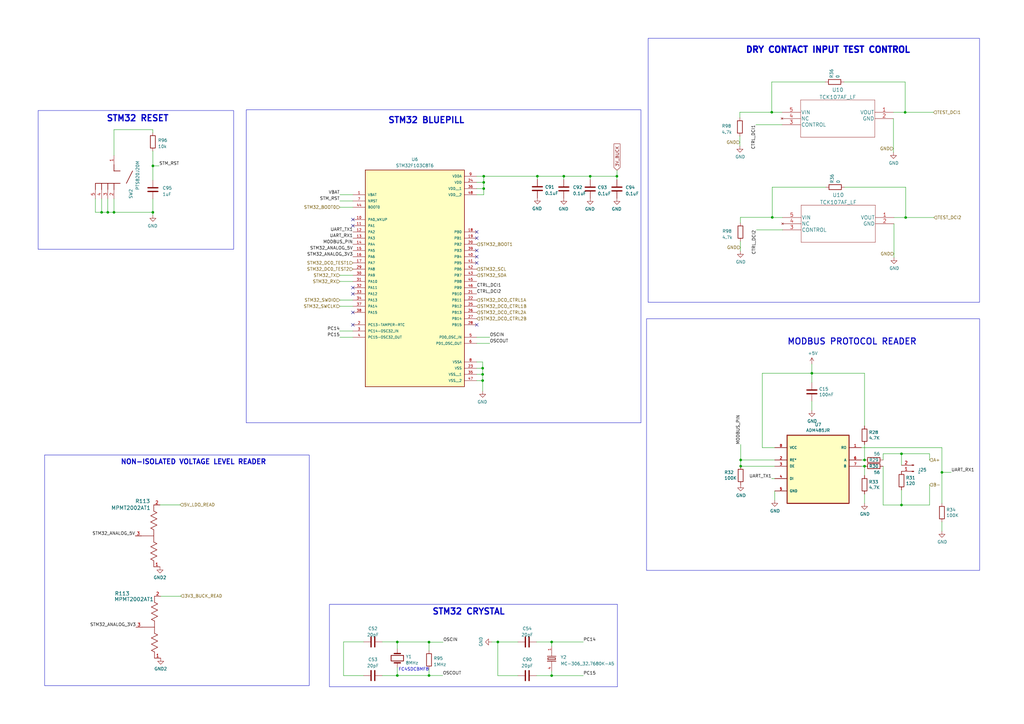
<source format=kicad_sch>
(kicad_sch (version 20230121) (generator eeschema)
  (paper "A3")
  (lib_symbols
    (symbol "ADM485JR:ADM485JR" (pin_names (offset 1.016))
      (property "Reference" "U" (at -5.2324 11.8618 0))
      (property "Value" "ADM485JR" (at -6.4262 -20.32 0))
      (symbol "ADM485JR_0_0"
        (rectangle (start -12.7 -17.78) (end 12.7 10.16) (stroke (width 0.4064)) (fill (type background)))
        (pin output line (at 17.78 5.08 180) (length 5.08) (name "RO") (number "1"))
        (pin input line (at -17.78 0 0) (length 5.08) (name "RE*") (number "2"))
        (pin input line (at -17.78 -2.54 0) (length 5.08) (name "DE") (number "3"))
        (pin input line (at -17.78 -7.62 0) (length 5.08) (name "DI") (number "4"))
        (pin passive line (at -17.78 -12.7 0) (length 5.08) (name "GND") (number "5"))
        (pin bidirectional line (at 17.78 0 180) (length 5.08) (name "A") (number "6"))
        (pin bidirectional line (at 17.78 -2.54 180) (length 5.08) (name "B") (number "7"))
        (pin power_in line (at -17.78 5.08 0) (length 5.08) (name "VCC") (number "8"))
      )
    )
    (symbol "Connector:Conn_01x02_Pin" (pin_names (offset 1.016) hide)
      (property "Reference" "J" (at 0 2.54 0))
      (property "Value" "Conn_01x02_Pin" (at 0 -5.08 0))
      (symbol "Conn_01x02_Pin_1_1"
        (polyline (pts (xy 1.27 -2.54) (xy 0.8636 -2.54)) (stroke (width 0.1524)))
        (polyline (pts (xy 1.27 0) (xy 0.8636 0)) (stroke (width 0.1524)))
        (rectangle (start 0.8636 -2.413) (end 0 -2.667) (stroke (width 0.1524)) (fill (type outline)))
        (rectangle (start 0.8636 0.127) (end 0 -0.127) (stroke (width 0.1524)) (fill (type outline)))
        (pin passive line (at 5.08 0 180) (length 3.81) (name "Pin_1") (number "1"))
        (pin passive line (at 5.08 -2.54 180) (length 3.81) (name "Pin_2") (number "2"))
      )
    )
    (symbol "Device:C" (pin_numbers hide) (pin_names (offset 0.254))
      (property "Reference" "C" (at 0.635 2.54 0))
      (property "Value" "C" (at 0.635 -2.54 0))
      (symbol "C_0_1"
        (polyline (pts (xy -2.032 -0.762) (xy 2.032 -0.762)) (stroke (width 0.508)))
        (polyline (pts (xy -2.032 0.762) (xy 2.032 0.762)) (stroke (width 0.508)))
      )
      (symbol "C_1_1"
        (pin passive line (at 0 3.81 270) (length 2.794) (name "~") (number "1"))
        (pin passive line (at 0 -3.81 90) (length 2.794) (name "~") (number "2"))
      )
    )
    (symbol "Device:Crystal" (pin_numbers hide) (pin_names (offset 1.016) hide)
      (property "Reference" "Y" (at 0 3.81 0))
      (property "Value" "Crystal" (at 0 -3.81 0))
      (symbol "Crystal_0_1"
        (rectangle (start -1.143 2.54) (end 1.143 -2.54) (stroke (width 0.3048)))
        (polyline (pts (xy -2.54 0) (xy -1.905 0)))
        (polyline (pts (xy -1.905 -1.27) (xy -1.905 1.27)) (stroke (width 0.508)))
        (polyline (pts (xy 1.905 -1.27) (xy 1.905 1.27)) (stroke (width 0.508)))
        (polyline (pts (xy 2.54 0) (xy 1.905 0)))
      )
      (symbol "Crystal_1_1"
        (pin passive line (at -3.81 0 0) (length 1.27) (name "1") (number "1"))
        (pin passive line (at 3.81 0 180) (length 1.27) (name "2") (number "2"))
      )
    )
    (symbol "Device:R" (pin_numbers hide) (pin_names (offset 0))
      (property "Reference" "R" (at 2.032 0 90))
      (property "Value" "R" (at 0 0 90))
      (symbol "R_0_1"
        (rectangle (start -1.016 -2.54) (end 1.016 2.54) (stroke (width 0.254)))
      )
      (symbol "R_1_1"
        (pin passive line (at 0 3.81 270) (length 1.27) (name "~") (number "1"))
        (pin passive line (at 0 -3.81 90) (length 1.27) (name "~") (number "2"))
      )
    )
    (symbol "EK-ST50_SCH_V03-01-altium-import:2_TAB-Switch"
      (property "Value" "2_TAB-Switch" (at 0 0 0))
      (symbol "2_TAB-Switch_1_0"
        (polyline (pts (xy -3.81 -7.62) (xy 1.27 -10.16)) (stroke (width 0.254)))
        (polyline (pts (xy -3.81 -2.54) (xy -6.35 -2.54)) (stroke (width 0.254)))
        (polyline (pts (xy -3.81 0) (xy -6.35 0)) (stroke (width 0.254)))
        (polyline (pts (xy -3.81 2.54) (xy -6.35 2.54)) (stroke (width 0.254)))
        (polyline (pts (xy 1.27 -2.54) (xy 1.27 -5.08)) (stroke (width 0.254)))
        (polyline (pts (xy 3.81 -2.54) (xy 1.27 -2.54)) (stroke (width 0.254)))
        (polyline (pts (xy -3.81 -5.08) (xy -3.81 5.08) (xy -6.35 5.08)) (stroke (width 0.254)))
        (pin passive line (at 7.62 -2.54 180) (length 3.81) (name "1") (number "1"))
        (pin passive line (at -10.16 -2.54 0) (length 3.81) (name "GND") (number "2"))
        (pin passive line (at -10.16 0 0) (length 3.81) (name "GND") (number "3"))
        (pin passive line (at -10.16 2.54 0) (length 3.81) (name "GND") (number "4"))
        (pin passive line (at -10.16 5.08 0) (length 3.81) (name "GND") (number "5"))
      )
    )
    (symbol "MC-306_32.7680K-A5__ROHS:MC-306_32.7680K-A5{colon}_ROHS" (pin_names (offset 1.016))
      (property "Reference" "Y" (at -2.5445 2.2901 0))
      (property "Value" "MC-306_32.7680K-A5{colon}_ROHS" (at -2.5405 -3.8107 0))
      (symbol "MC-306_32.7680K-A5{colon}_ROHS_0_0"
        (polyline (pts (xy -2.54 0) (xy -1.016 0)) (stroke (width 0.1524)))
        (polyline (pts (xy -1.016 1.778) (xy -1.016 -1.778)) (stroke (width 0.254)))
        (polyline (pts (xy -0.381 -1.524) (xy 0.381 -1.524)) (stroke (width 0.254)))
        (polyline (pts (xy -0.381 1.524) (xy -0.381 -1.524)) (stroke (width 0.254)))
        (polyline (pts (xy 0.381 -1.524) (xy 0.381 1.524)) (stroke (width 0.254)))
        (polyline (pts (xy 0.381 1.524) (xy -0.381 1.524)) (stroke (width 0.254)))
        (polyline (pts (xy 1.016 0) (xy 2.54 0)) (stroke (width 0.1524)))
        (polyline (pts (xy 1.016 1.778) (xy 1.016 -1.778)) (stroke (width 0.254)))
        (pin passive line (at -5.08 0 0) (length 2.54) (name "~") (number "1"))
        (pin passive line (at 5.08 0 180) (length 2.54) (name "~") (number "4"))
      )
    )
    (symbol "STM32F103C8T6:STM32F103C8T6" (pin_names (offset 1.016))
      (property "Reference" "U" (at -20.32 41.275 0))
      (property "Value" "STM32F103C8T6" (at -20.32 -50.8 0))
      (symbol "STM32F103C8T6_0_0"
        (rectangle (start -20.32 -48.26) (end 20.32 40.64) (stroke (width 0.254)) (fill (type background)))
        (pin bidirectional line (at -25.4 30.48 0) (length 5.08) (name "VBAT") (number "1"))
        (pin bidirectional line (at -25.4 20.32 0) (length 5.08) (name "PA0_WKUP") (number "10"))
        (pin bidirectional line (at -25.4 17.78 0) (length 5.08) (name "PA1") (number "11"))
        (pin bidirectional line (at -25.4 15.24 0) (length 5.08) (name "PA2") (number "12"))
        (pin bidirectional line (at -25.4 12.7 0) (length 5.08) (name "PA3") (number "13"))
        (pin bidirectional line (at -25.4 10.16 0) (length 5.08) (name "PA4") (number "14"))
        (pin bidirectional line (at -25.4 7.62 0) (length 5.08) (name "PA5") (number "15"))
        (pin bidirectional line (at -25.4 5.08 0) (length 5.08) (name "PA6") (number "16"))
        (pin bidirectional line (at -25.4 2.54 0) (length 5.08) (name "PA7") (number "17"))
        (pin bidirectional line (at 25.4 15.24 180) (length 5.08) (name "PB0") (number "18"))
        (pin bidirectional line (at 25.4 12.7 180) (length 5.08) (name "PB1") (number "19"))
        (pin bidirectional line (at -25.4 -22.86 0) (length 5.08) (name "PC13-TAMPER-RTC") (number "2"))
        (pin bidirectional line (at 25.4 10.16 180) (length 5.08) (name "PB2") (number "20"))
        (pin bidirectional line (at 25.4 -10.16 180) (length 5.08) (name "PB10") (number "21"))
        (pin bidirectional line (at 25.4 -12.7 180) (length 5.08) (name "PB11") (number "22"))
        (pin power_in line (at 25.4 -40.64 180) (length 5.08) (name "VSS") (number "23"))
        (pin power_in line (at 25.4 35.56 180) (length 5.08) (name "VDD") (number "24"))
        (pin bidirectional line (at 25.4 -15.24 180) (length 5.08) (name "PB12") (number "25"))
        (pin bidirectional line (at 25.4 -17.78 180) (length 5.08) (name "PB13") (number "26"))
        (pin bidirectional line (at 25.4 -20.32 180) (length 5.08) (name "PB14") (number "27"))
        (pin bidirectional line (at 25.4 -22.86 180) (length 5.08) (name "PB15") (number "28"))
        (pin bidirectional line (at -25.4 0 0) (length 5.08) (name "PA8") (number "29"))
        (pin bidirectional line (at -25.4 -25.4 0) (length 5.08) (name "PC14-OSC32_IN") (number "3"))
        (pin bidirectional line (at -25.4 -2.54 0) (length 5.08) (name "PA9") (number "30"))
        (pin bidirectional line (at -25.4 -5.08 0) (length 5.08) (name "PA10") (number "31"))
        (pin bidirectional line (at -25.4 -7.62 0) (length 5.08) (name "PA11") (number "32"))
        (pin bidirectional line (at -25.4 -10.16 0) (length 5.08) (name "PA12") (number "33"))
        (pin bidirectional line (at -25.4 -12.7 0) (length 5.08) (name "PA13") (number "34"))
        (pin power_in line (at 25.4 -43.18 180) (length 5.08) (name "VSS__1") (number "35"))
        (pin power_in line (at 25.4 33.02 180) (length 5.08) (name "VDD__1") (number "36"))
        (pin bidirectional line (at -25.4 -15.24 0) (length 5.08) (name "PA14") (number "37"))
        (pin bidirectional line (at -25.4 -17.78 0) (length 5.08) (name "PA15") (number "38"))
        (pin bidirectional line (at 25.4 7.62 180) (length 5.08) (name "PB3") (number "39"))
        (pin bidirectional line (at -25.4 -27.94 0) (length 5.08) (name "PC15-OSC32_OUT") (number "4"))
        (pin bidirectional line (at 25.4 5.08 180) (length 5.08) (name "PB4") (number "40"))
        (pin bidirectional line (at 25.4 2.54 180) (length 5.08) (name "PB5") (number "41"))
        (pin bidirectional line (at 25.4 0 180) (length 5.08) (name "PB6") (number "42"))
        (pin bidirectional line (at 25.4 -2.54 180) (length 5.08) (name "PB7") (number "43"))
        (pin input line (at -25.4 25.4 0) (length 5.08) (name "BOOT0") (number "44"))
        (pin bidirectional line (at 25.4 -5.08 180) (length 5.08) (name "PB8") (number "45"))
        (pin bidirectional line (at 25.4 -7.62 180) (length 5.08) (name "PB9") (number "46"))
        (pin power_in line (at 25.4 -45.72 180) (length 5.08) (name "VSS__2") (number "47"))
        (pin power_in line (at 25.4 30.48 180) (length 5.08) (name "VDD__2") (number "48"))
        (pin bidirectional line (at 25.4 -27.94 180) (length 5.08) (name "PD0_OSC_IN") (number "5"))
        (pin bidirectional line (at 25.4 -30.48 180) (length 5.08) (name "PD1_OSC_OUT") (number "6"))
        (pin input line (at -25.4 27.94 0) (length 5.08) (name "NRST") (number "7"))
        (pin power_in line (at 25.4 -38.1 180) (length 5.08) (name "VSSA") (number "8"))
        (pin power_in line (at 25.4 38.1 180) (length 5.08) (name "VDDA") (number "9"))
      )
    )
    (symbol "power:+5V" (power) (pin_names (offset 0))
      (property "Value" "+5V" (at 0 3.556 0))
      (symbol "+5V_0_1"
        (polyline (pts (xy -0.762 1.27) (xy 0 2.54)))
        (polyline (pts (xy 0 0) (xy 0 2.54)))
        (polyline (pts (xy 0 2.54) (xy 0.762 1.27)))
      )
      (symbol "+5V_1_1"
        (pin power_in line (at 0 0 90) (length 0) hide (name "+5V") (number "1"))
      )
    )
    (symbol "power:GND" (power) (pin_names (offset 0))
      (property "Value" "GND" (at 0 -3.81 0))
      (symbol "GND_0_1"
        (polyline (pts (xy 0 0) (xy 0 -1.27) (xy 1.27 -1.27) (xy 0 -2.54) (xy -1.27 -1.27) (xy 0 -1.27)))
      )
      (symbol "GND_1_1"
        (pin power_in line (at 0 0 270) (length 0) hide (name "GND") (number "1"))
      )
    )
    (symbol "power:GND2" (power) (pin_names (offset 0))
      (property "Value" "GND2" (at 0 -3.81 0))
      (symbol "GND2_0_1"
        (polyline (pts (xy 0 0) (xy 0 -1.27) (xy 1.27 -1.27) (xy 0 -2.54) (xy -1.27 -1.27) (xy 0 -1.27)))
      )
      (symbol "GND2_1_1"
        (pin power_in line (at 0 0 270) (length 0) hide (name "GND2") (number "1"))
      )
    )
    (symbol "ul_MPMT2002AT1:MPMT2002AT1" (pin_names (offset 0.254))
      (property "Reference" "R" (at 12.7 2.54 0))
      (property "Value" "MPMT2002AT1" (at 12.7 0 0))
      (symbol "MPMT2002AT1_0_1"
        (polyline (pts (xy 0 0) (xy 2.54 0)) (stroke (width 0.2032)))
        (polyline (pts (xy 2.54 0) (xy 3.175 1.27)) (stroke (width 0.2032)))
        (polyline (pts (xy 3.175 1.27) (xy 4.445 -1.27)) (stroke (width 0.2032)))
        (polyline (pts (xy 4.445 -1.27) (xy 5.715 1.27)) (stroke (width 0.2032)))
        (polyline (pts (xy 5.715 1.27) (xy 6.985 -1.27)) (stroke (width 0.2032)))
        (polyline (pts (xy 6.985 -1.27) (xy 8.255 1.27)) (stroke (width 0.2032)))
        (polyline (pts (xy 8.255 1.27) (xy 9.525 -1.27)) (stroke (width 0.2032)))
        (polyline (pts (xy 9.525 -1.27) (xy 10.16 0)) (stroke (width 0.2032)))
        (polyline (pts (xy 10.16 0) (xy 15.24 0)) (stroke (width 0.2032)))
        (polyline (pts (xy 12.7 0) (xy 12.7 5.08)) (stroke (width 0.2032)))
        (polyline (pts (xy 15.24 0) (xy 15.875 1.27)) (stroke (width 0.2032)))
        (polyline (pts (xy 15.875 1.27) (xy 17.145 -1.27)) (stroke (width 0.2032)))
        (polyline (pts (xy 17.145 -1.27) (xy 18.415 1.27)) (stroke (width 0.2032)))
        (polyline (pts (xy 18.415 1.27) (xy 19.685 -1.27)) (stroke (width 0.2032)))
        (polyline (pts (xy 19.685 -1.27) (xy 20.955 1.27)) (stroke (width 0.2032)))
        (polyline (pts (xy 20.955 1.27) (xy 22.225 -1.27)) (stroke (width 0.2032)))
        (polyline (pts (xy 22.225 -1.27) (xy 22.86 0)) (stroke (width 0.2032)))
        (polyline (pts (xy 22.86 0) (xy 25.4 0)) (stroke (width 0.2032)))
        (pin unspecified line (at 0 -2.54 90) (length 2.54) (name "") (number "1"))
        (pin unspecified line (at 25.4 -2.54 90) (length 2.54) (name "") (number "2"))
        (pin unspecified line (at 12.7 7.62 270) (length 2.54) (name "") (number "3"))
      )
    )
    (symbol "ul_TCK107:TCK108AF_LF" (pin_names (offset 0.254))
      (property "Reference" "U" (at 22.86 10.16 0))
      (property "Value" "TCK108AF_LF" (at 22.86 7.62 0))
      (symbol "TCK108AF_LF_1_1"
        (polyline (pts (xy 7.62 -10.16) (xy 38.1 -10.16)) (stroke (width 0.127)))
        (polyline (pts (xy 7.62 5.08) (xy 7.62 -10.16)) (stroke (width 0.127)))
        (polyline (pts (xy 38.1 -10.16) (xy 38.1 5.08)) (stroke (width 0.127)))
        (polyline (pts (xy 38.1 5.08) (xy 7.62 5.08)) (stroke (width 0.127)))
        (pin power_in line (at 0 0 0) (length 7.62) (name "VOUT") (number "1"))
        (pin power_in line (at 0 -2.54 0) (length 7.62) (name "GND") (number "2"))
        (pin unspecified line (at 45.72 -5.08 180) (length 7.62) (name "CONTROL") (number "3"))
        (pin no_connect line (at 45.72 -2.54 180) (length 7.62) (name "NC") (number "4"))
        (pin power_in line (at 45.72 0 180) (length 7.62) (name "VIN") (number "5"))
      )
    )
  )
  (junction (at 226.2526 277.1004))
  (junction (at 175.96 277.0558))
  (junction (at 175.96 263.3573))
  (junction (at 332.9892 153.1016))
  (junction (at 242.06 72.2857))
  (junction (at 197.9478 151.0103))
  (junction (at 386.3292 193.7416))
  (junction (at 62.7138 68.0476))
  (junction (at 226.2526 263.3032))
  (junction (at 198.4031 77.3503))
  (junction (at 220.4117 72.2628))
  (junction (at 371.2329 46.0835))
  (junction (at 204.1924 263.3032))
  (junction (at 354.5792 191.2016))
  (junction (at 46.7545 87.0902))
  (junction (at 369.7458 186.1216))
  (junction (at 303.7792 188.6616))
  (junction (at 316.5311 46.0338))
  (junction (at 197.9478 153.5503))
  (junction (at 41.6745 87.0902))
  (junction (at 198.4031 74.8103))
  (junction (at 253.0257 72.2857))
  (junction (at 231.2487 72.2628))
  (junction (at 162.9607 277.0558))
  (junction (at 198.4031 72.2703))
  (junction (at 162.9607 263.3094))
  (junction (at 303.7792 191.2016))
  (junction (at 197.9478 156.0903))
  (junction (at 369.7458 207.1251))
  (junction (at 354.5792 188.6616))
  (junction (at 62.7049 87.0902))
  (junction (at 371.4487 89.2142))
  (junction (at 44.2145 87.0902))
  (junction (at 316.7469 89.1645))
  (no_connect (at 144.7303 133.2303))
  (no_connect (at 195.5303 95.1303))
  (no_connect (at 195.5303 97.6703))
  (no_connect (at 195.5303 133.2303))
  (no_connect (at 144.7303 128.1503))
  (no_connect (at 195.5303 105.2903))
  (no_connect (at 144.7303 92.5903))
  (no_connect (at 195.5303 107.8303))
  (no_connect (at 144.7303 90.0503))
  (no_connect (at 144.7303 117.9903))
  (no_connect (at 144.7303 120.5303))
  (no_connect (at 195.5303 102.7503))
  (wire (pts (xy 139.3805 135.7703) (xy 144.7303 135.7703)))
  (wire (pts (xy 220.4117 72.2628) (xy 220.4117 73.5467)))
  (wire (pts (xy 303.6872 89.1645) (xy 303.6872 91.3831)))
  (wire (pts (xy 226.2526 277.1004) (xy 239.2519 277.1004)))
  (wire (pts (xy 303.7792 182.3116) (xy 303.7792 188.6616)))
  (wire (pts (xy 65.2731 68.0476) (xy 62.7138 68.0476)))
  (wire (pts (xy 366.6659 91.7542) (xy 366.6659 105.6255)))
  (wire (pts (xy 226.2526 263.3032) (xy 239.2519 263.3032)))
  (wire (pts (xy 139.3805 115.4503) (xy 144.7303 115.4503)))
  (wire (pts (xy 317.7492 188.6616) (xy 303.7792 188.6616)))
  (wire (pts (xy 362.1992 186.1216) (xy 369.7458 186.1216)))
  (wire (pts (xy 354.5792 153.1016) (xy 332.9892 153.1016)))
  (wire (pts (xy 195.5303 153.5503) (xy 197.9478 153.5503)))
  (wire (pts (xy 316.5311 46.0835) (xy 320.7301 46.0835)))
  (wire (pts (xy 338.5113 33.6228) (xy 316.5311 33.6228)))
  (wire (pts (xy 303.6872 99.0031) (xy 303.6872 103.0358)))
  (wire (pts (xy 242.06 72.2628) (xy 231.2487 72.2628)))
  (wire (pts (xy 62.7049 87.0902) (xy 62.7138 87.0902)))
  (wire (pts (xy 312.6692 153.1016) (xy 312.6692 183.5816)))
  (wire (pts (xy 303.4714 46.0338) (xy 303.4714 48.2524)))
  (wire (pts (xy 62.7049 88.2571) (xy 62.7049 87.0902)))
  (wire (pts (xy 175.96 277.0558) (xy 175.96 274.4559)))
  (wire (pts (xy 195.5303 77.3503) (xy 198.4031 77.3503)))
  (wire (pts (xy 303.7792 191.2016) (xy 303.7792 188.6616)))
  (wire (pts (xy 175.96 277.0558) (xy 162.9607 277.0558)))
  (wire (pts (xy 195.5303 156.0903) (xy 197.9478 156.0903)))
  (wire (pts (xy 312.6692 183.5816) (xy 317.7492 183.5816)))
  (wire (pts (xy 44.2145 87.0902) (xy 46.7545 87.0902)))
  (wire (pts (xy 139.3805 123.0703) (xy 144.7303 123.0703)))
  (wire (pts (xy 197.9478 153.5503) (xy 197.9478 156.0903)))
  (wire (pts (xy 156.7571 263.284) (xy 162.9607 263.284)))
  (wire (pts (xy 303.6872 89.1645) (xy 316.7469 89.1645)))
  (wire (pts (xy 362.1992 191.2016) (xy 362.1992 207.1251)))
  (wire (pts (xy 354.5792 153.1016) (xy 354.5792 174.6916)))
  (wire (pts (xy 62.7138 61.9901) (xy 62.6818 61.9901)))
  (wire (pts (xy 371.4487 76.7535) (xy 371.4487 89.2142)))
  (wire (pts (xy 390.1392 193.7416) (xy 386.3292 193.7416)))
  (wire (pts (xy 44.2145 81.5395) (xy 44.2145 87.0902)))
  (wire (pts (xy 62.7138 81.5736) (xy 62.7138 87.0902)))
  (wire (pts (xy 195.5303 138.3103) (xy 200.8801 138.3103)))
  (wire (pts (xy 195.5303 140.8503) (xy 200.8801 140.8503)))
  (wire (pts (xy 139.3805 135.78) (xy 139.3805 135.7703)))
  (wire (pts (xy 220.0493 277.1004) (xy 226.2526 277.1004)))
  (wire (pts (xy 346.1313 33.6228) (xy 371.2329 33.6228)))
  (wire (pts (xy 316.7469 76.7535) (xy 316.7469 89.1645)))
  (wire (pts (xy 332.9892 149.2916) (xy 332.9892 153.1016)))
  (wire (pts (xy 369.7458 200.9478) (xy 369.7458 207.1251)))
  (wire (pts (xy 316.7469 89.2142) (xy 320.9459 89.2142)))
  (wire (pts (xy 197.9478 151.0103) (xy 197.9478 153.5503)))
  (wire (pts (xy 317.7492 196.2816) (xy 316.4792 196.2816)))
  (wire (pts (xy 62.6928 53.1602) (xy 62.6928 54.3701)))
  (wire (pts (xy 316.5311 46.0338) (xy 316.5311 46.0835)))
  (wire (pts (xy 386.3292 183.5816) (xy 386.3292 193.7416)))
  (wire (pts (xy 366.4501 48.6235) (xy 366.4501 62.4948)))
  (wire (pts (xy 371.2329 33.6228) (xy 371.2329 46.0835)))
  (wire (pts (xy 338.7271 76.7535) (xy 316.7469 76.7535)))
  (wire (pts (xy 181.6116 277.0558) (xy 175.96 277.0558)))
  (wire (pts (xy 46.7545 63.7595) (xy 46.7545 53.1602)))
  (wire (pts (xy 197.9478 156.0903) (xy 197.9478 160.4499)))
  (wire (pts (xy 253.0257 73.714) (xy 253.0257 72.2857)))
  (wire (pts (xy 253.0257 72.2857) (xy 242.06 72.2857)))
  (wire (pts (xy 316.5311 33.6228) (xy 316.5311 46.0338)))
  (wire (pts (xy 369.7458 207.1251) (xy 381.2492 207.1251)))
  (wire (pts (xy 139.3805 82.4303) (xy 144.7303 82.4303)))
  (wire (pts (xy 62.7138 61.9901) (xy 62.7138 68.0476)))
  (wire (pts (xy 46.7545 81.5395) (xy 46.7545 87.0902)))
  (wire (pts (xy 162.9607 263.3094) (xy 162.9607 263.284)))
  (wire (pts (xy 198.4031 72.2628) (xy 220.4117 72.2628)))
  (wire (pts (xy 41.6745 81.5395) (xy 41.6745 87.0902)))
  (wire (pts (xy 371.2329 46.0835) (xy 366.4501 46.0835)))
  (wire (pts (xy 354.5792 188.6616) (xy 353.3092 188.6616)))
  (wire (pts (xy 371.4487 89.2142) (xy 366.6659 89.2142)))
  (wire (pts (xy 231.2487 73.6625) (xy 231.2487 72.2628)))
  (wire (pts (xy 39.1345 81.5395) (xy 39.1345 87.0902)))
  (wire (pts (xy 156.7574 277.0812) (xy 162.9607 277.0812)))
  (wire (pts (xy 332.9892 168.3416) (xy 332.9892 164.5316)))
  (wire (pts (xy 220.049 263.3032) (xy 226.2526 263.3032)))
  (wire (pts (xy 332.9892 156.9116) (xy 332.9892 153.1016)))
  (wire (pts (xy 204.1924 263.3032) (xy 204.1924 277.1004)))
  (wire (pts (xy 212.429 263.3032) (xy 204.1924 263.3032)))
  (wire (pts (xy 201.6493 263.3032) (xy 204.1924 263.3032)))
  (wire (pts (xy 381.2492 198.8216) (xy 381.2492 207.1251)))
  (wire (pts (xy 371.4487 89.2142) (xy 383.0475 89.2142)))
  (wire (pts (xy 371.2329 46.0835) (xy 382.8317 46.0835)))
  (wire (pts (xy 354.5792 182.3116) (xy 354.5792 188.6616)))
  (wire (pts (xy 74.162 244.4366) (xy 74.162 244.5197)))
  (wire (pts (xy 369.7458 186.1216) (xy 381.2492 186.1216)))
  (wire (pts (xy 226.2526 275.2613) (xy 226.2526 277.1004)))
  (wire (pts (xy 310.2491 94.3004) (xy 320.9459 94.3004)))
  (wire (pts (xy 139.3805 138.3103) (xy 144.7303 138.3103)))
  (wire (pts (xy 62.7138 68.0476) (xy 62.7138 73.9536)))
  (wire (pts (xy 253.0659 72.2857) (xy 253.0257 72.2857)))
  (wire (pts (xy 39.1345 87.0902) (xy 41.6745 87.0902)))
  (wire (pts (xy 303.4714 46.0338) (xy 316.5311 46.0338)))
  (wire (pts (xy 140.9005 263.284) (xy 140.9005 277.0812)))
  (wire (pts (xy 346.3471 76.7535) (xy 371.4487 76.7535)))
  (wire (pts (xy 198.4031 72.2703) (xy 198.4031 74.8103)))
  (wire (pts (xy 317.7492 205.1716) (xy 317.7492 201.3616)))
  (wire (pts (xy 139.3805 112.9103) (xy 144.7303 112.9103)))
  (wire (pts (xy 317.7492 191.2016) (xy 303.7792 191.2016)))
  (wire (pts (xy 195.5303 148.4703) (xy 197.9478 148.4703)))
  (wire (pts (xy 162.9607 277.0558) (xy 162.9607 273.7609)))
  (wire (pts (xy 316.7469 89.1645) (xy 316.7469 89.2142)))
  (wire (pts (xy 62.6928 54.3701) (xy 62.6818 54.3701)))
  (wire (pts (xy 149.1371 263.284) (xy 140.9005 263.284)))
  (wire (pts (xy 74.162 244.5197) (xy 65.9092 244.5197)))
  (wire (pts (xy 354.5792 206.4416) (xy 354.5792 202.6316)))
  (wire (pts (xy 310.0333 51.1697) (xy 320.7301 51.1697)))
  (wire (pts (xy 73.8707 207.096) (xy 65.6179 207.096)))
  (wire (pts (xy 175.96 263.3573) (xy 175.96 266.8359)))
  (wire (pts (xy 226.2526 265.1013) (xy 226.2526 263.3032)))
  (wire (pts (xy 144.7303 79.8903) (xy 139.3805 79.8903)))
  (wire (pts (xy 198.4031 74.8103) (xy 198.4031 77.3503)))
  (wire (pts (xy 73.8707 207.0129) (xy 73.8707 207.096)))
  (wire (pts (xy 353.3092 183.5816) (xy 386.3292 183.5816)))
  (wire (pts (xy 242.06 73.714) (xy 242.06 72.2857)))
  (wire (pts (xy 332.9892 153.1016) (xy 312.6692 153.1016)))
  (wire (pts (xy 198.4031 72.2628) (xy 198.4031 72.2703)))
  (wire (pts (xy 303.4714 55.8724) (xy 303.4714 59.9051)))
  (wire (pts (xy 140.9005 277.0812) (xy 149.1374 277.0812)))
  (wire (pts (xy 354.5792 195.0116) (xy 354.5792 191.2016)))
  (wire (pts (xy 175.96 263.3573) (xy 175.96 263.3094)))
  (wire (pts (xy 195.5303 151.0103) (xy 197.9478 151.0103)))
  (wire (pts (xy 386.3292 193.7416) (xy 386.3292 206.4416)))
  (wire (pts (xy 320.9459 94.3004) (xy 320.9459 94.2942)))
  (wire (pts (xy 139.3805 125.6103) (xy 144.7303 125.6103)))
  (wire (pts (xy 369.7458 190.7878) (xy 369.7458 186.1216)))
  (wire (pts (xy 381.2492 186.1216) (xy 381.2492 188.6616)))
  (wire (pts (xy 386.3292 217.8716) (xy 386.3292 214.0616)))
  (wire (pts (xy 253.0659 69.8203) (xy 253.0659 72.2857)))
  (wire (pts (xy 198.4031 77.3503) (xy 198.4031 79.8903)))
  (wire (pts (xy 46.7545 87.0902) (xy 62.7049 87.0902)))
  (wire (pts (xy 362.1992 207.1251) (xy 369.7458 207.1251)))
  (wire (pts (xy 175.96 263.3094) (xy 162.9607 263.3094)))
  (wire (pts (xy 195.5303 74.8103) (xy 198.4031 74.8103)))
  (wire (pts (xy 231.2487 72.2628) (xy 220.4117 72.2628)))
  (wire (pts (xy 181.7622 263.3573) (xy 175.96 263.3573)))
  (wire (pts (xy 41.6745 87.0902) (xy 44.2145 87.0902)))
  (wire (pts (xy 197.9478 148.4703) (xy 197.9478 151.0103)))
  (wire (pts (xy 242.06 72.2857) (xy 242.06 72.2628)))
  (wire (pts (xy 46.7545 53.1602) (xy 62.6928 53.1602)))
  (wire (pts (xy 320.7301 51.1697) (xy 320.7301 51.1635)))
  (wire (pts (xy 162.9607 277.0558) (xy 162.9607 277.0812)))
  (wire (pts (xy 362.1992 186.1216) (xy 362.1992 188.6616)))
  (wire (pts (xy 354.5792 191.2016) (xy 353.3092 191.2016)))
  (wire (pts (xy 204.1924 277.1004) (xy 212.4293 277.1004)))
  (wire (pts (xy 144.7303 84.9703) (xy 139.3805 84.9703)))
  (wire (pts (xy 195.5303 79.8903) (xy 198.4031 79.8903)))
  (wire (pts (xy 195.5303 72.2703) (xy 198.4031 72.2703)))
  (wire (pts (xy 162.9607 263.3094) (xy 162.9607 266.1409)))
  (rectangle (start 265.8206 15.7251) (end 401.7524 123.9984))
  (rectangle (start 101.0074 45.0281) (end 262.89 173.4128))
  (rectangle (start 265.1707 130.7379) (end 401.7771 233.9516))
  (rectangle (start 18.2823 186.6172) (end 126.8403 281.1958))
  (rectangle (start 135.121 247.8779) (end 253.238 281.686))
  (rectangle (start 15.6284 45.3231) (end 95.8214 102.2424))
  (text "NON-ISOLATED VOLTAGE LEVEL READER" (at 49.4201 190.7186 0) (effects (font (size 2 2) (thickness 0.4) bold) (justify left bottom)))
  (text "STM32 RESET\n\n" (at 43.5774 54.1397 0) (effects (font (size 2.5 2.5) (thickness 0.5) bold) (justify left bottom)))
  (text "DRY CONTACT INPUT TEST CONTROL\n" (at 305.7063 22.0074 0) (effects (font (size 2.5 2.5) (thickness 0.6) bold) (justify left bottom)))
  (text "FC4SDCBMF8" (at 163.4073 275.3898 0) (effects (font (size 1.27 1.27)) (justify left bottom)))
  (text "STM32 BLUEPILL\n" (at 159.0651 50.8886 0) (effects (font (size 2.5 2.5) (thickness 0.5) bold) (justify left bottom)))
  (text "STM32 CRYSTAL\n" (at 177.1762 252.4158 0) (effects (font (size 2.5 2.5) (thickness 0.5) bold) (justify left bottom)))
  (text "MODBUS PROTOCOL READER" (at 322.8292 141.6716 0) (effects (font (size 2.5 2.5) (thickness 0.4013) bold) (justify left bottom)))
  (label "MODBUS_PIN" (at 303.7792 182.3116 90))
  (label "PC15" (at 139.3805 138.3103 180))
  (label "CTRL_DCI2" (at 310.2491 94.3004 270))
  (label "PC14" (at 139.3805 135.78 180))
  (label "UART_RX1" (at 144.7303 97.6703 180))
  (label "OSCIN" (at 200.8801 138.3103 0))
  (label "OSCOUT" (at 181.6116 277.0558 0))
  (label "UART_TX1" (at 316.4792 196.2816 180))
  (label "VBAT" (at 139.3805 79.8903 180))
  (label "MODBUS_PIN" (at 144.7303 100.2103 180))
  (label "PC15" (at 239.2519 277.1004 0))
  (label "UART_RX1" (at 390.1392 193.7416 0))
  (label "STM32_ANALOG_3V3" (at 55.7492 257.2197 180) (property "Intersheetrefs" "${INTERSHEET_REFS}" (effects hide)))
  (label "CTRL_DCI1" (at 310.0333 51.1697 270))
  (label "OSCIN" (at 181.7622 263.3573 0))
  (label "STM32_ANALOG_5V" (at 144.7303 102.7503 180) (property "Intersheetrefs" "${INTERSHEET_REFS}" (effects hide)))
  (label "PC14" (at 239.2519 263.3032 0))
  (label "UART_TX1" (at 144.7303 95.1303 180))
  (label "STM_RST" (at 65.2731 68.0476 0))
  (label "STM32_ANALOG_3V3" (at 144.7303 105.2903 180) (property "Intersheetrefs" "${INTERSHEET_REFS}" (effects hide)))
  (label "CTRL_DCI1" (at 195.5303 117.9903 0))
  (label "STM32_ANALOG_5V" (at 55.4579 219.796 180) (property "Intersheetrefs" "${INTERSHEET_REFS}" (effects hide)))
  (label "CTRL_DCI2" (at 195.5303 120.5303 0))
  (label "STM_RST" (at 139.3805 82.4303 180))
  (label "OSCOUT" (at 200.8801 140.8503 0))
  (global_label "3V_BUCK" (shape input) (at 253.0659 69.8203 90) (property "Intersheetrefs" "${INTERSHEET_REFS}" (effects hide)))
  (hierarchical_label "STM32_SCL" (shape input) (at 195.5303 110.3703 0))
  (hierarchical_label "TEST_DCI2" (shape input) (at 383.0475 89.2142 0))
  (hierarchical_label "STM32_DCO_CTRL2B" (shape input) (at 195.5303 130.6903 0))
  (hierarchical_label "GND" (shape input) (at 366.6659 104.081 180) (property "Intersheetrefs" "${INTERSHEET_REFS}" (effects hide)))
  (hierarchical_label "STM32_BOOT0" (shape input) (at 139.3805 84.9703 180))
  (hierarchical_label "STM32_DCO_CTRL1A" (shape input) (at 195.5303 123.0703 0))
  (hierarchical_label "STM32_SWCLK" (shape input) (at 139.3805 125.6103 180))
  (hierarchical_label "STM32_DCO_CTRL2A" (shape input) (at 195.5303 128.1503 0))
  (hierarchical_label "STM32_RX" (shape input) (at 139.3805 115.4503 180))
  (hierarchical_label "3V3_BUCK_READ" (shape input) (at 74.162 244.4366 0))
  (hierarchical_label "5V_LDO_READ" (shape input) (at 73.8707 207.0129 0))
  (hierarchical_label "STM32_SWDIO" (shape input) (at 139.3805 123.0703 180))
  (hierarchical_label "STM32_TX" (shape input) (at 139.3805 112.9103 180))
  (hierarchical_label "STM32_DC0_TEST2" (shape input) (at 144.7303 110.3703 180))
  (hierarchical_label "GND" (shape input) (at 366.4501 60.9503 180) (property "Intersheetrefs" "${INTERSHEET_REFS}" (effects hide)))
  (hierarchical_label "TEST_DCI1" (shape input) (at 382.8317 46.0835 0))
  (hierarchical_label "STM32_DCO_CTRL1B" (shape input) (at 195.5303 125.6103 0))
  (hierarchical_label "STM32_SDA" (shape input) (at 195.5303 112.9103 0))
  (hierarchical_label "STM32_DC0_TEST1" (shape input) (at 144.7303 107.8303 180))
  (hierarchical_label "GND" (shape input) (at 303.4714 58.3606 180) (property "Intersheetrefs" "${INTERSHEET_REFS}" (effects hide)))
  (hierarchical_label "A+" (shape input) (at 381.2492 188.6616 0))
  (hierarchical_label "STM32_BOOT1" (shape input) (at 195.5303 100.2103 0))
  (hierarchical_label "B-" (shape input) (at 381.2492 198.8216 0))
  (hierarchical_label "GND" (shape input) (at 303.6872 101.4913 180) (property "Intersheetrefs" "${INTERSHEET_REFS}" (effects hide)))
  (symbol (lib_id "power:GND") (at 303.6872 103.0358 0) (unit 1)
    (property "Reference" "#PWR0142" (effects hide))
    (property "Value" "GND" (at 303.8142 107.43 0))
    (instances (project "SNAP" (path "" (reference "#PWR0142") (unit 1))) (project "packetUPS" (path "" (reference "#PWR0177") (unit 1)) (path "" (reference "#PWR0183") (unit 1))) (project "SNAP-Water-Level-Sensor" (path "" (reference "#PWR029") (unit 1))))
  )
  (symbol (lib_id "power:GND") (at 220.4117 81.1667 0) (mirror y) (unit 1)
    (property "Reference" "#PWR0141" (effects hide))
    (property "Value" "GND" (at 220.2847 85.5609 0))
    (instances (project "SNAP" (path "" (reference "#PWR0141") (unit 1))) (project "packetUPS" (path "" (reference "#PWR025") (unit 1)) (path "" (reference "#PWR0171") (unit 1))) (project "SNAP-Water-Level-Sensor" (path "" (reference "#PWR020") (unit 1))))
  )
  (symbol (lib_id "ul_TCK107:TCK108AF_LF") (at 366.6659 89.2142 0) (mirror y) (unit 1)
    (property "Reference" "U10" (at 343.8059 79.9866 0) (effects (font (size 1.524 1.524))))
    (property "Value" "TCK107AF_LF" (at 343.8059 82.98 0) (effects (font (size 1.524 1.524))))
    (property "Footprint" "PWX-Footprints-SNAP:TCK108AF_LF" (effects hide))
    (instances (project "packetUPS" (path "" (reference "U10") (unit 1)) (path "" (reference "U9") (unit 1)) (path "" (reference "U17") (unit 1))))
  )
  (symbol (lib_id "Device:R") (at 175.96 270.6459 0) (unit 1)
    (property "Reference" "R95" (at 177.8 270.0109 0) (effects (justify left)))
    (property "Value" "1MHz" (at 177.8 272.5509 0) (effects (justify left)))
    (property "Footprint" "Resistor_SMD:R_0603_1608Metric" (effects hide))
  )
  (symbol (lib_id "power:GND") (at 201.6493 263.3032 270) (mirror x) (unit 1)
    (property "Reference" "#PWR0141" (effects hide))
    (property "Value" "GND" (at 197.2551 263.1762 0))
    (instances (project "SNAP" (path "" (reference "#PWR0141") (unit 1))) (project "packetUPS" (path "" (reference "#PWR025") (unit 1)) (path "" (reference "#PWR0170") (unit 1))) (project "SNAP-Water-Level-Sensor" (path "" (reference "#PWR020") (unit 1))))
  )
  (symbol (lib_id "ul_TCK107:TCK108AF_LF") (at 366.4501 46.0835 0) (mirror y) (unit 1)
    (property "Reference" "U10" (at 343.5901 36.8559 0) (effects (font (size 1.524 1.524))))
    (property "Value" "TCK107AF_LF" (at 343.5901 39.8493 0) (effects (font (size 1.524 1.524))))
    (property "Footprint" "PWX-Footprints-SNAP:TCK108AF_LF" (effects hide))
    (instances (project "packetUPS" (path "" (reference "U10") (unit 1)) (path "" (reference "U9") (unit 1)) (path "" (reference "U13") (unit 1))))
  )
  (symbol (lib_id "power:GND") (at 242.06 81.334 0) (mirror y) (unit 1)
    (property "Reference" "#PWR0141" (effects hide))
    (property "Value" "GND" (at 241.933 85.7282 0))
    (instances (project "SNAP" (path "" (reference "#PWR0141") (unit 1))) (project "packetUPS" (path "" (reference "#PWR025") (unit 1)) (path "" (reference "#PWR0173") (unit 1))) (project "SNAP-Water-Level-Sensor" (path "" (reference "#PWR020") (unit 1))))
  )
  (symbol (lib_id "power:GND") (at 366.6659 105.6255 0) (unit 1)
    (property "Reference" "#PWR0142" (effects hide))
    (property "Value" "GND" (at 366.7929 110.0197 0))
    (instances (project "SNAP" (path "" (reference "#PWR0142") (unit 1))) (project "packetUPS" (path "" (reference "#PWR04") (unit 1)) (path "" (reference "#PWR0184") (unit 1))) (project "SNAP-Water-Level-Sensor" (path "" (reference "#PWR029") (unit 1))))
  )
  (symbol (lib_id "power:GND") (at 303.7792 198.8216 0) (unit 1)
    (property "Reference" "#PWR054" (effects hide))
    (property "Value" "GND" (at 303.9062 203.2158 0))
    (instances (project "acu scheduler v1" (path "" (reference "#PWR054") (unit 1))) (project "packetUPS" (path "" (reference "#PWR0185") (unit 1))))
  )
  (symbol (lib_id "power:GND") (at 366.4501 62.4948 0) (unit 1)
    (property "Reference" "#PWR0142" (effects hide))
    (property "Value" "GND" (at 366.5771 66.889 0))
    (instances (project "SNAP" (path "" (reference "#PWR0142") (unit 1))) (project "packetUPS" (path "" (reference "#PWR04") (unit 1)) (path "" (reference "#PWR0182") (unit 1))) (project "SNAP-Water-Level-Sensor" (path "" (reference "#PWR029") (unit 1))))
  )
  (symbol (lib_id "Connector:Conn_01x02_Pin") (at 374.8258 193.3278 180) (unit 1)
    (property "Reference" "J25" (at 376.4517 192.6928 0) (effects (justify right)))
    (property "Value" "~" (at 376.4517 193.9628 0) (effects (justify right)))
    (property "Footprint" "Connector_PinSocket_2.54mm:PinSocket_1x02_P2.54mm_Vertical" (effects hide))
  )
  (symbol (lib_id "Device:R") (at 354.5792 198.8216 180) (unit 1)
    (property "Reference" "R33" (at 356.3572 197.6532 0) (effects (justify right)))
    (property "Value" "4.7K" (at 356.3572 199.9646 0) (effects (justify right)))
    (property "Footprint" "Resistor_SMD:R_0603_1608Metric" (effects hide))
    (instances (project "acu scheduler v1" (path "" (reference "R33") (unit 1))) (project "packetUPS" (path "" (reference "R107") (unit 1))))
  )
  (symbol (lib_id "Device:R") (at 369.7458 197.1378 0) (unit 1)
    (property "Reference" "R31" (at 371.5238 195.9694 0) (effects (justify left)))
    (property "Value" "120" (at 371.5238 198.2808 0) (effects (justify left)))
    (property "Footprint" "Resistor_SMD:R_0603_1608Metric" (effects hide))
    (instances (project "acu scheduler v1" (path "" (reference "R31") (unit 1))) (project "packetUPS" (path "" (reference "R110") (unit 1))))
  )
  (symbol (lib_id "Device:R") (at 303.4714 52.0624 180) (unit 1)
    (property "Reference" "R98" (at 296.0215 51.6845 0) (effects (justify right)))
    (property "Value" "4.7k" (at 295.9529 54.2243 0) (effects (justify right)))
    (property "Footprint" "Resistor_SMD:R_0603_1608Metric" (effects hide))
    (instances (project "packetUPS" (path "" (reference "R98") (unit 1)) (path "" (reference "R101") (unit 1))))
  )
  (symbol (lib_id "power:GND2") (at 65.6179 232.496 0) (unit 1)
    (property "Reference" "#PWR02" (effects hide))
    (property "Value" "GND2" (at 65.601 236.8807 0))
    (instances (project "packetUPS" (path "" (reference "#PWR02") (unit 1)) (path "" (reference "#PWR064") (unit 1)) (path "" (reference "#PWR0197") (unit 1)) (path "" (reference "#PWR062") (unit 1))))
  )
  (symbol (lib_id "power:GND") (at 317.7492 205.1716 0) (unit 1)
    (property "Reference" "#PWR055" (effects hide))
    (property "Value" "GND" (at 317.8762 209.5658 0))
    (instances (project "acu scheduler v1" (path "" (reference "#PWR055") (unit 1))) (project "packetUPS" (path "" (reference "#PWR0186") (unit 1))))
  )
  (symbol (lib_id "Device:C") (at 231.2487 77.4725 180) (unit 1)
    (property "Reference" "C92" (at 234.95 76.8375 0) (effects (justify right)))
    (property "Value" "0.1uF" (at 234.95 79.3775 0) (effects (justify right)))
    (property "Footprint" "Capacitor_SMD:C_0603_1608Metric" (effects hide))
  )
  (symbol (lib_id "Device:C") (at 216.2393 277.1004 90) (unit 1)
    (property "Reference" "C90" (at 216.2393 270.51 90))
    (property "Value" "20pF" (at 216.2393 273.05 90))
    (property "Footprint" "Capacitor_SMD:C_0603_1608Metric" (effects hide))
  )
  (symbol (lib_id "Device:C") (at 216.239 263.3032 90) (unit 1)
    (property "Reference" "C54" (at 216.239 257.81 90))
    (property "Value" "20pF" (at 216.239 260.35 90))
  )
  (symbol (lib_id "ul_MPMT2002AT1:MPMT2002AT1") (at 63.0779 232.496 90) (unit 1)
    (property "Reference" "R113" (at 58.5132 205.55 90) (effects (font (size 1.524 1.524))))
    (property "Value" "MPMT2002AT1" (at 53.6808 208.3114 90) (effects (font (size 1.524 1.524))))
    (property "Footprint" "ul_MPMT2002AT1:MPM_VIS-L" (effects hide))
    (property "Datasheet" "MPMT2002AT1" (effects hide))
    (instances (project "packetUPS" (path "" (reference "R113") (unit 1)) (path "" (reference "R113") (unit 1)) (path "" (reference "R115") (unit 1))))
  )
  (symbol (lib_id "EK-ST50_SCH_V03-01-altium-import:2_TAB-Switch") (at 44.2145 71.3795 90) (unit 1)
    (property "Reference" "SW2" (at 54.3745 81.5395 0) (effects (justify left bottom)))
    (property "Value" "PTS820J20M" (at 57.1685 77.9835 0) (effects (justify left bottom)))
    (property "Footprint" "Packetworx Footprints:PTS820J20M" (effects hide))
    (instances (project "packetUPS" (path "" (reference "SW2") (unit 1)) (path "" (reference "SW4") (unit 1))))
  )
  (symbol (lib_id "power:+5V") (at 332.9892 149.2916 0) (unit 1)
    (property "Reference" "#PWR050" (effects hide))
    (property "Value" "+5V" (at 333.3702 144.8974 0))
    (instances (project "acu scheduler v1" (path "" (reference "#PWR050") (unit 1))) (project "packetUPS" (path "" (reference "#PWR0187") (unit 1))))
  )
  (symbol (lib_id "Device:R") (at 303.7792 195.0116 180) (unit 1)
    (property "Reference" "R32" (at 297.0445 193.7683 0) (effects (justify right)))
    (property "Value" "100K" (at 297.0445 196.0797 0) (effects (justify right)))
    (property "Footprint" "Resistor_SMD:R_0603_1608Metric" (effects hide))
    (instances (project "acu scheduler v1" (path "" (reference "R32") (unit 1))) (project "packetUPS" (path "" (reference "R105") (unit 1))))
  )
  (symbol (lib_id "ul_MPMT2002AT1:MPMT2002AT1") (at 63.3692 269.9197 90) (unit 1)
    (property "Reference" "R113" (at 50.1105 243.443 90) (effects (font (size 1.524 1.524))))
    (property "Value" "MPMT2002AT1" (at 54.9644 245.7729 90) (effects (font (size 1.524 1.524))))
    (property "Footprint" "ul_MPMT2002AT1:MPM_VIS-L" (effects hide))
    (property "Datasheet" "MPMT2002AT1" (effects hide))
    (instances (project "packetUPS" (path "" (reference "R113") (unit 1)) (path "" (reference "R114") (unit 1)) (path "" (reference "R116") (unit 1))))
  )
  (symbol (lib_id "Device:Crystal") (at 162.9607 269.9509 90) (unit 1)
    (property "Reference" "Y1" (at 166.37 269.3159 90) (effects (justify right)))
    (property "Value" "8MHz" (at 166.37 271.8559 90) (effects (justify right)))
    (property "Footprint" "ul_FOXSDLF-080-20:CRYSTAL_HC49SDLF_FXT" (effects hide))
  )
  (symbol (lib_id "Device:R") (at 342.3213 33.6228 90) (unit 1)
    (property "Reference" "R36" (at 341.0513 32.0988 0) (effects (justify left)))
    (property "Value" "0" (at 343.5913 32.0988 0) (effects (justify left)))
    (property "Footprint" "Resistor_SMD:R_0603_1608Metric" (effects hide))
    (instances (project "packetUPS" (path "" (reference "R36") (unit 1)) (path "" (reference "R97") (unit 1)) (path "" (reference "R102") (unit 1))))
  )
  (symbol (lib_id "Device:C") (at 62.7138 77.7636 180) (unit 1)
    (property "Reference" "C95" (at 66.6439 77.1286 0) (effects (justify right)))
    (property "Value" "1uF" (at 66.6439 79.6686 0) (effects (justify right)))
    (property "Footprint" "Capacitor_SMD:C_0603_1608Metric" (effects hide))
  )
  (symbol (lib_id "STM32F103C8T6:STM32F103C8T6") (at 170.1303 110.3703 0) (unit 1)
    (property "Reference" "U6" (at 170.1303 65.3828 0))
    (property "Value" "STM32F103C8T6" (at 170.1303 67.9228 0))
    (property "Footprint" "STM32F103C8T6:QFP50P900X900X160-48N" (effects hide))
    (property "PARTREV" "10" (effects hide))
    (property "MANUFACTURER" "ST Microelectronics" (effects hide))
    (property "STANDARD" "IPC7351B" (effects hide))
  )
  (symbol (lib_id "power:GND") (at 303.4714 59.9051 0) (unit 1)
    (property "Reference" "#PWR0142" (effects hide))
    (property "Value" "GND" (at 303.5984 64.2993 0))
    (instances (project "SNAP" (path "" (reference "#PWR0142") (unit 1))) (project "packetUPS" (path "" (reference "#PWR0177") (unit 1)) (path "" (reference "#PWR0181") (unit 1))) (project "SNAP-Water-Level-Sensor" (path "" (reference "#PWR029") (unit 1))))
  )
  (symbol (lib_id "ADM485JR:ADM485JR") (at 335.5292 188.6616 0) (unit 1)
    (property "Reference" "U7" (at 335.5292 174.1836 0))
    (property "Value" "ADM485JR" (at 335.5292 176.495 0))
    (property "Footprint" "ADM485JR:SOIC127P600X175-8N" (effects hide))
    (property "OC_FARNELL" "1272268" (effects hide))
    (property "OC_NEWARK" "96K2073" (effects hide))
    (property "MPN" "ADM485JR" (effects hide))
    (property "PACKAGE" "SOIC-8" (effects hide))
    (property "SUPPLIER" "Analog Devices" (effects hide))
    (instances (project "acu scheduler v1" (path "" (reference "U7") (unit 1))) (project "packetUPS" (path "" (reference "U18") (unit 1))))
  )
  (symbol (lib_id "MC-306_32.7680K-A5__ROHS:MC-306_32.7680K-A5{colon}_ROHS") (at 226.2526 270.1813 270) (unit 1)
    (property "Reference" "Y2" (at 229.87 269.5463 90) (effects (justify left)))
    (property "Value" "MC-306_32.7680K-A5" (at 229.9037 272.2022 90) (effects (justify left)))
    (property "Footprint" "MC-306_32.7680K-A5__ROHS:OSCL550P800X320X254-4N" (effects hide))
    (property "DigiKey_Part_Number" "SER4096TR-ND" (effects hide))
    (property "MF" "EPSON" (effects hide))
    (property "Purchase-URL" "https://pricing.snapeda.com/search?q=MC-306 32.7680K-A5: ROHS&ref=eda" (effects hide))
    (property "Package" "4-4 Epson" (effects hide))
    (property "Check_prices" "https://www.snapeda.com/parts/MC-306%2032.7680K-A5:%20ROHS/EPSON/view-part/?ref=eda" (effects hide))
    (property "SnapEDA_Link" "https://www.snapeda.com/parts/MC-306%2032.7680K-A5:%20ROHS/EPSON/view-part/?ref=snap" (effects hide))
    (property "MP" "MC-306 32.7680K-A5: ROHS" (effects hide))
    (property "Description" "\n32.768 kHz ±100ppm Crystal 12.5pF 50 kOhms 4-SOJ, 5.50mm pitch\n" (effects hide))
    (property "MANUFACTURER" "Seiko Epson Corporation" (effects hide))
  )
  (symbol (lib_id "Device:C") (at 152.9471 263.284 90) (unit 1)
    (property "Reference" "C52" (at 152.9471 257.81 90))
    (property "Value" "20pF" (at 152.9471 260.35 90))
  )
  (symbol (lib_id "Device:C") (at 242.06 77.524 180) (unit 1)
    (property "Reference" "C93" (at 245.11 76.889 0) (effects (justify right)))
    (property "Value" "0.1uF" (at 245.11 79.429 0) (effects (justify right)))
    (property "Footprint" "Capacitor_SMD:C_0603_1608Metric" (effects hide))
  )
  (symbol (lib_id "Device:R") (at 342.5371 76.7535 90) (unit 1)
    (property "Reference" "R36" (at 341.2671 75.2295 0) (effects (justify left)))
    (property "Value" "0" (at 343.8071 75.2295 0) (effects (justify left)))
    (property "Footprint" "Resistor_SMD:R_0603_1608Metric" (effects hide))
    (instances (project "packetUPS" (path "" (reference "R36") (unit 1)) (path "" (reference "R97") (unit 1)) (path "" (reference "R104") (unit 1))))
  )
  (symbol (lib_id "power:GND") (at 197.9478 160.4499 0) (mirror y) (unit 1)
    (property "Reference" "#PWR0141" (effects hide))
    (property "Value" "GND" (at 197.8208 164.8441 0))
    (instances (project "SNAP" (path "" (reference "#PWR0141") (unit 1))) (project "packetUPS" (path "" (reference "#PWR025") (unit 1)) (path "" (reference "#PWR0176") (unit 1))) (project "SNAP-Water-Level-Sensor" (path "" (reference "#PWR020") (unit 1))))
  )
  (symbol (lib_id "Device:R") (at 358.3892 191.2016 270) (unit 1)
    (property "Reference" "R30" (at 358.3892 191.2016 90))
    (property "Value" "56" (at 359.6592 193.7416 90))
    (property "Footprint" "Resistor_SMD:R_0603_1608Metric" (effects hide))
    (instances (project "acu scheduler v1" (path "" (reference "R30") (unit 1))) (project "packetUPS" (path "" (reference "R109") (unit 1))))
  )
  (symbol (lib_id "power:GND") (at 354.5792 206.4416 0) (unit 1)
    (property "Reference" "#PWR056" (effects hide))
    (property "Value" "GND" (at 354.7062 210.8358 0))
    (instances (project "acu scheduler v1" (path "" (reference "#PWR056") (unit 1))) (project "packetUPS" (path "" (reference "#PWR0189") (unit 1))))
  )
  (symbol (lib_id "power:GND") (at 231.2487 81.2825 0) (mirror y) (unit 1)
    (property "Reference" "#PWR0141" (effects hide))
    (property "Value" "GND" (at 231.1217 85.6767 0))
    (instances (project "SNAP" (path "" (reference "#PWR0141") (unit 1))) (project "packetUPS" (path "" (reference "#PWR025") (unit 1)) (path "" (reference "#PWR0172") (unit 1))) (project "SNAP-Water-Level-Sensor" (path "" (reference "#PWR020") (unit 1))))
  )
  (symbol (lib_id "power:GND") (at 62.7049 88.2571 0) (mirror y) (unit 1)
    (property "Reference" "#PWR0141" (effects hide))
    (property "Value" "GND" (at 62.5779 92.6513 0))
    (instances (project "SNAP" (path "" (reference "#PWR0141") (unit 1))) (project "packetUPS" (path "" (reference "#PWR025") (unit 1)) (path "" (reference "#PWR0175") (unit 1))) (project "SNAP-Water-Level-Sensor" (path "" (reference "#PWR020") (unit 1))))
  )
  (symbol (lib_id "Device:R") (at 62.6818 58.1801 0) (unit 1)
    (property "Reference" "R96" (at 64.77 57.5451 0) (effects (justify left)))
    (property "Value" "10k" (at 64.77 60.0851 0) (effects (justify left)))
    (property "Footprint" "Resistor_SMD:R_0603_1608Metric" (effects hide))
  )
  (symbol (lib_id "Device:C") (at 332.9892 160.7216 0) (unit 1)
    (property "Reference" "C15" (at 335.9102 159.5532 0) (effects (justify left)))
    (property "Value" "100nF" (at 335.9102 161.8646 0) (effects (justify left)))
    (property "Footprint" "Capacitor_SMD:C_0603_1608Metric" (effects hide))
    (instances (project "acu scheduler v1" (path "" (reference "C15") (unit 1))) (project "packetUPS" (path "" (reference "C96") (unit 1))))
  )
  (symbol (lib_id "Device:R") (at 303.6872 95.1931 180) (unit 1)
    (property "Reference" "R98" (at 296.2373 94.8152 0) (effects (justify right)))
    (property "Value" "4.7k" (at 296.1687 97.355 0) (effects (justify right)))
    (property "Footprint" "Resistor_SMD:R_0603_1608Metric" (effects hide))
    (instances (project "packetUPS" (path "" (reference "R98") (unit 1)) (path "" (reference "R103") (unit 1))))
  )
  (symbol (lib_id "Device:C") (at 253.0257 77.524 180) (unit 1)
    (property "Reference" "C94" (at 256.54 76.889 0) (effects (justify right)))
    (property "Value" "0.1uF" (at 256.54 79.429 0) (effects (justify right)))
    (property "Footprint" "Capacitor_SMD:C_0603_1608Metric" (effects hide))
  )
  (symbol (lib_id "Device:C") (at 220.4117 77.3567 180) (unit 1)
    (property "Reference" "C91" (at 223.52 76.7217 0) (effects (justify right)))
    (property "Value" "0.1uF" (at 223.52 79.2617 0) (effects (justify right)))
    (property "Footprint" "Capacitor_SMD:C_0603_1608Metric" (effects hide))
  )
  (symbol (lib_id "power:GND") (at 332.9892 168.3416 0) (unit 1)
    (property "Reference" "#PWR052" (effects hide))
    (property "Value" "GND" (at 333.1162 172.7358 0))
    (instances (project "acu scheduler v1" (path "" (reference "#PWR052") (unit 1))) (project "packetUPS" (path "" (reference "#PWR0188") (unit 1))))
  )
  (symbol (lib_id "Device:R") (at 386.3292 210.2516 0) (unit 1)
    (property "Reference" "R34" (at 388.1072 209.0832 0) (effects (justify left)))
    (property "Value" "100K" (at 388.1072 211.3946 0) (effects (justify left)))
    (property "Footprint" "Resistor_SMD:R_0603_1608Metric" (effects hide))
    (instances (project "acu scheduler v1" (path "" (reference "R34") (unit 1))) (project "packetUPS" (path "" (reference "R111") (unit 1))))
  )
  (symbol (lib_id "Device:C") (at 152.9474 277.0812 90) (unit 1)
    (property "Reference" "C53" (at 152.9474 270.51 90))
    (property "Value" "20pF" (at 152.9474 273.05 90))
  )
  (symbol (lib_id "power:GND") (at 386.3292 217.8716 0) (unit 1)
    (property "Reference" "#PWR057" (effects hide))
    (property "Value" "GND" (at 386.4562 222.2658 0))
    (instances (project "acu scheduler v1" (path "" (reference "#PWR057") (unit 1))) (project "packetUPS" (path "" (reference "#PWR0190") (unit 1))))
  )
  (symbol (lib_id "power:GND") (at 253.0257 81.334 0) (mirror y) (unit 1)
    (property "Reference" "#PWR0141" (effects hide))
    (property "Value" "GND" (at 252.8987 85.7282 0))
    (instances (project "SNAP" (path "" (reference "#PWR0141") (unit 1))) (project "packetUPS" (path "" (reference "#PWR025") (unit 1)) (path "" (reference "#PWR0174") (unit 1))) (project "SNAP-Water-Level-Sensor" (path "" (reference "#PWR020") (unit 1))))
  )
  (symbol (lib_id "Device:R") (at 358.3892 188.6616 270) (unit 1)
    (property "Reference" "R29" (at 358.3892 188.6616 90))
    (property "Value" "56" (at 359.6592 186.1216 90))
    (property "Footprint" "Resistor_SMD:R_0603_1608Metric" (effects hide))
    (instances (project "acu scheduler v1" (path "" (reference "R29") (unit 1))) (project "packetUPS" (path "" (reference "R108") (unit 1))))
  )
  (symbol (lib_id "power:GND2") (at 65.9092 269.9197 0) (unit 1)
    (property "Reference" "#PWR02" (effects hide))
    (property "Value" "GND2" (at 65.8923 274.3044 0))
    (instances (project "packetUPS" (path "" (reference "#PWR02") (unit 1)) (path "" (reference "#PWR064") (unit 1)) (path "" (reference "#PWR0196") (unit 1)) (path "" (reference "#PWR0199") (unit 1))))
  )
  (symbol (lib_id "Device:R") (at 354.5792 178.5016 180) (unit 1)
    (property "Reference" "R28" (at 356.3572 177.3332 0) (effects (justify right)))
    (property "Value" "4.7K" (at 356.3572 179.6446 0) (effects (justify right)))
    (property "Footprint" "Resistor_SMD:R_0603_1608Metric" (effects hide))
    (instances (project "acu scheduler v1" (path "" (reference "R28") (unit 1))) (project "packetUPS" (path "" (reference "R106") (unit 1))))
  )
)
</source>
